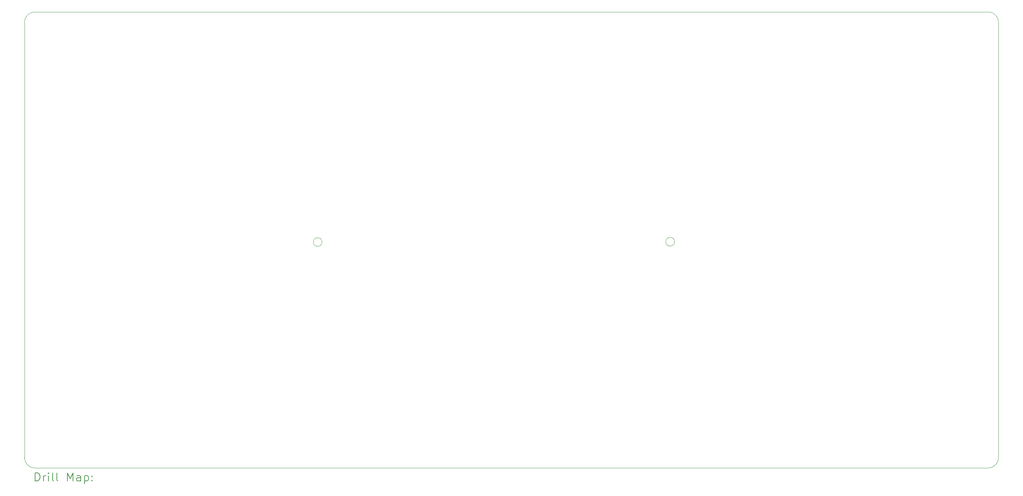
<source format=gbr>
%TF.GenerationSoftware,KiCad,Pcbnew,9.0.3*%
%TF.CreationDate,2025-08-26T17:21:35-04:00*%
%TF.ProjectId,Oblique Palette 0.5.4 PCB Main,4f626c69-7175-4652-9050-616c65747465,0.5.5*%
%TF.SameCoordinates,Original*%
%TF.FileFunction,Drillmap*%
%TF.FilePolarity,Positive*%
%FSLAX45Y45*%
G04 Gerber Fmt 4.5, Leading zero omitted, Abs format (unit mm)*
G04 Created by KiCad (PCBNEW 9.0.3) date 2025-08-26 17:21:35*
%MOMM*%
%LPD*%
G01*
G04 APERTURE LIST*
%ADD10C,0.050000*%
%ADD11C,0.200000*%
G04 APERTURE END LIST*
D10*
X25125000Y-12266000D02*
G75*
G02*
X24875000Y-12516000I-250000J0D01*
G01*
X24875000Y-12516000D02*
X1875000Y-12516000D01*
X1625000Y-1766000D02*
G75*
G02*
X1875000Y-1516000I250000J0D01*
G01*
X8805000Y-7066000D02*
G75*
G02*
X8595000Y-7066000I-105000J0D01*
G01*
X8595000Y-7066000D02*
G75*
G02*
X8805000Y-7066000I105000J0D01*
G01*
X1875000Y-1516000D02*
X24875000Y-1516000D01*
X25125000Y-1766000D02*
X25125000Y-12266000D01*
X1875000Y-12516000D02*
G75*
G02*
X1625000Y-12266000I0J250000D01*
G01*
X1625000Y-12266000D02*
X1625000Y-1766000D01*
X24875000Y-1516000D02*
G75*
G02*
X25125000Y-1766000I0J-250000D01*
G01*
X17307852Y-7059366D02*
G75*
G02*
X17097852Y-7059366I-105000J0D01*
G01*
X17097852Y-7059366D02*
G75*
G02*
X17307852Y-7059366I105000J0D01*
G01*
D11*
X1883277Y-12829984D02*
X1883277Y-12629984D01*
X1883277Y-12629984D02*
X1930896Y-12629984D01*
X1930896Y-12629984D02*
X1959467Y-12639508D01*
X1959467Y-12639508D02*
X1978515Y-12658555D01*
X1978515Y-12658555D02*
X1988039Y-12677603D01*
X1988039Y-12677603D02*
X1997562Y-12715698D01*
X1997562Y-12715698D02*
X1997562Y-12744269D01*
X1997562Y-12744269D02*
X1988039Y-12782365D01*
X1988039Y-12782365D02*
X1978515Y-12801412D01*
X1978515Y-12801412D02*
X1959467Y-12820460D01*
X1959467Y-12820460D02*
X1930896Y-12829984D01*
X1930896Y-12829984D02*
X1883277Y-12829984D01*
X2083277Y-12829984D02*
X2083277Y-12696650D01*
X2083277Y-12734746D02*
X2092801Y-12715698D01*
X2092801Y-12715698D02*
X2102324Y-12706174D01*
X2102324Y-12706174D02*
X2121372Y-12696650D01*
X2121372Y-12696650D02*
X2140420Y-12696650D01*
X2207086Y-12829984D02*
X2207086Y-12696650D01*
X2207086Y-12629984D02*
X2197563Y-12639508D01*
X2197563Y-12639508D02*
X2207086Y-12649031D01*
X2207086Y-12649031D02*
X2216610Y-12639508D01*
X2216610Y-12639508D02*
X2207086Y-12629984D01*
X2207086Y-12629984D02*
X2207086Y-12649031D01*
X2330896Y-12829984D02*
X2311848Y-12820460D01*
X2311848Y-12820460D02*
X2302324Y-12801412D01*
X2302324Y-12801412D02*
X2302324Y-12629984D01*
X2435658Y-12829984D02*
X2416610Y-12820460D01*
X2416610Y-12820460D02*
X2407086Y-12801412D01*
X2407086Y-12801412D02*
X2407086Y-12629984D01*
X2664229Y-12829984D02*
X2664229Y-12629984D01*
X2664229Y-12629984D02*
X2730896Y-12772841D01*
X2730896Y-12772841D02*
X2797562Y-12629984D01*
X2797562Y-12629984D02*
X2797562Y-12829984D01*
X2978515Y-12829984D02*
X2978515Y-12725222D01*
X2978515Y-12725222D02*
X2968991Y-12706174D01*
X2968991Y-12706174D02*
X2949943Y-12696650D01*
X2949943Y-12696650D02*
X2911848Y-12696650D01*
X2911848Y-12696650D02*
X2892801Y-12706174D01*
X2978515Y-12820460D02*
X2959467Y-12829984D01*
X2959467Y-12829984D02*
X2911848Y-12829984D01*
X2911848Y-12829984D02*
X2892801Y-12820460D01*
X2892801Y-12820460D02*
X2883277Y-12801412D01*
X2883277Y-12801412D02*
X2883277Y-12782365D01*
X2883277Y-12782365D02*
X2892801Y-12763317D01*
X2892801Y-12763317D02*
X2911848Y-12753793D01*
X2911848Y-12753793D02*
X2959467Y-12753793D01*
X2959467Y-12753793D02*
X2978515Y-12744269D01*
X3073753Y-12696650D02*
X3073753Y-12896650D01*
X3073753Y-12706174D02*
X3092801Y-12696650D01*
X3092801Y-12696650D02*
X3130896Y-12696650D01*
X3130896Y-12696650D02*
X3149943Y-12706174D01*
X3149943Y-12706174D02*
X3159467Y-12715698D01*
X3159467Y-12715698D02*
X3168991Y-12734746D01*
X3168991Y-12734746D02*
X3168991Y-12791888D01*
X3168991Y-12791888D02*
X3159467Y-12810936D01*
X3159467Y-12810936D02*
X3149943Y-12820460D01*
X3149943Y-12820460D02*
X3130896Y-12829984D01*
X3130896Y-12829984D02*
X3092801Y-12829984D01*
X3092801Y-12829984D02*
X3073753Y-12820460D01*
X3254705Y-12810936D02*
X3264229Y-12820460D01*
X3264229Y-12820460D02*
X3254705Y-12829984D01*
X3254705Y-12829984D02*
X3245182Y-12820460D01*
X3245182Y-12820460D02*
X3254705Y-12810936D01*
X3254705Y-12810936D02*
X3254705Y-12829984D01*
X3254705Y-12706174D02*
X3264229Y-12715698D01*
X3264229Y-12715698D02*
X3254705Y-12725222D01*
X3254705Y-12725222D02*
X3245182Y-12715698D01*
X3245182Y-12715698D02*
X3254705Y-12706174D01*
X3254705Y-12706174D02*
X3254705Y-12725222D01*
M02*

</source>
